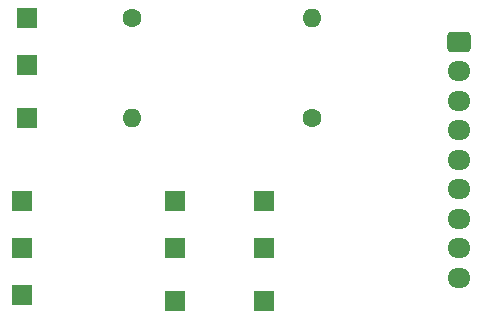
<source format=gbr>
%TF.GenerationSoftware,KiCad,Pcbnew,8.0.7*%
%TF.CreationDate,2024-12-27T16:43:22+10:00*%
%TF.ProjectId,Input Board 2,496e7075-7420-4426-9f61-726420322e6b,rev?*%
%TF.SameCoordinates,Original*%
%TF.FileFunction,Soldermask,Bot*%
%TF.FilePolarity,Negative*%
%FSLAX46Y46*%
G04 Gerber Fmt 4.6, Leading zero omitted, Abs format (unit mm)*
G04 Created by KiCad (PCBNEW 8.0.7) date 2024-12-27 16:43:22*
%MOMM*%
%LPD*%
G01*
G04 APERTURE LIST*
G04 Aperture macros list*
%AMRoundRect*
0 Rectangle with rounded corners*
0 $1 Rounding radius*
0 $2 $3 $4 $5 $6 $7 $8 $9 X,Y pos of 4 corners*
0 Add a 4 corners polygon primitive as box body*
4,1,4,$2,$3,$4,$5,$6,$7,$8,$9,$2,$3,0*
0 Add four circle primitives for the rounded corners*
1,1,$1+$1,$2,$3*
1,1,$1+$1,$4,$5*
1,1,$1+$1,$6,$7*
1,1,$1+$1,$8,$9*
0 Add four rect primitives between the rounded corners*
20,1,$1+$1,$2,$3,$4,$5,0*
20,1,$1+$1,$4,$5,$6,$7,0*
20,1,$1+$1,$6,$7,$8,$9,0*
20,1,$1+$1,$8,$9,$2,$3,0*%
G04 Aperture macros list end*
%ADD10R,1.700000X1.700000*%
%ADD11C,1.600000*%
%ADD12O,1.600000X1.600000*%
%ADD13RoundRect,0.250000X-0.725000X0.600000X-0.725000X-0.600000X0.725000X-0.600000X0.725000X0.600000X0*%
%ADD14O,1.950000X1.700000*%
G04 APERTURE END LIST*
D10*
%TO.C,J4*%
X108500000Y-111000000D03*
%TD*%
D11*
%TO.C,R1*%
X133120000Y-96000000D03*
D12*
X117880000Y-96000000D03*
%TD*%
D10*
%TO.C,J12*%
X121500000Y-103000000D03*
%TD*%
%TO.C,J10*%
X129000000Y-111500000D03*
%TD*%
%TO.C,J3*%
X108500000Y-107000000D03*
%TD*%
D11*
%TO.C,R2*%
X117880000Y-87500000D03*
D12*
X133120000Y-87500000D03*
%TD*%
D13*
%TO.C,J1*%
X145500000Y-89500000D03*
D14*
X145500000Y-92000000D03*
X145500000Y-94500000D03*
X145500000Y-97000000D03*
X145500000Y-99500000D03*
X145500000Y-102000000D03*
X145500000Y-104500000D03*
X145500000Y-107000000D03*
X145500000Y-109500000D03*
%TD*%
D10*
%TO.C,J6*%
X109000000Y-96000000D03*
%TD*%
%TO.C,J7*%
X109000000Y-87500000D03*
%TD*%
%TO.C,J8*%
X129000000Y-107000000D03*
%TD*%
%TO.C,J11*%
X121500000Y-107000000D03*
%TD*%
%TO.C,J2*%
X108500000Y-103000000D03*
%TD*%
%TO.C,J5*%
X109000000Y-91500000D03*
%TD*%
%TO.C,J9*%
X129000000Y-103000000D03*
%TD*%
%TO.C,J13*%
X121500000Y-111500000D03*
%TD*%
M02*

</source>
